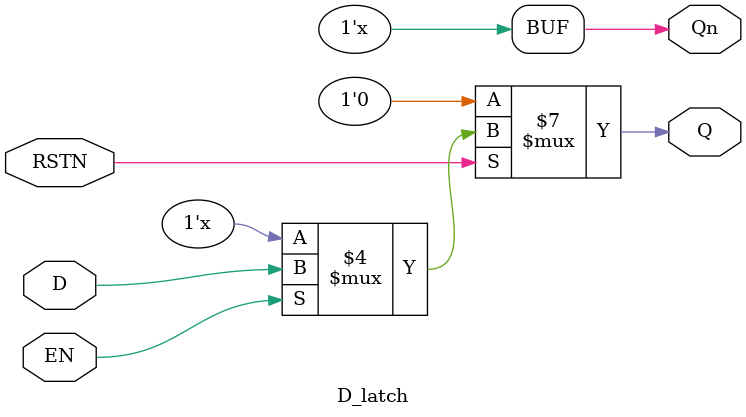
<source format=v>
module D_latch(
	input RSTN,
	input EN,
	input D,
	output reg Q,
	output reg Qn
);

always@(EN or RSTN or D) begin
	if(!RSTN) 
		Q <= 0;
	else
		if(EN)
			Q <= D;
	Qn <= ~Q;
end

endmodule

</source>
